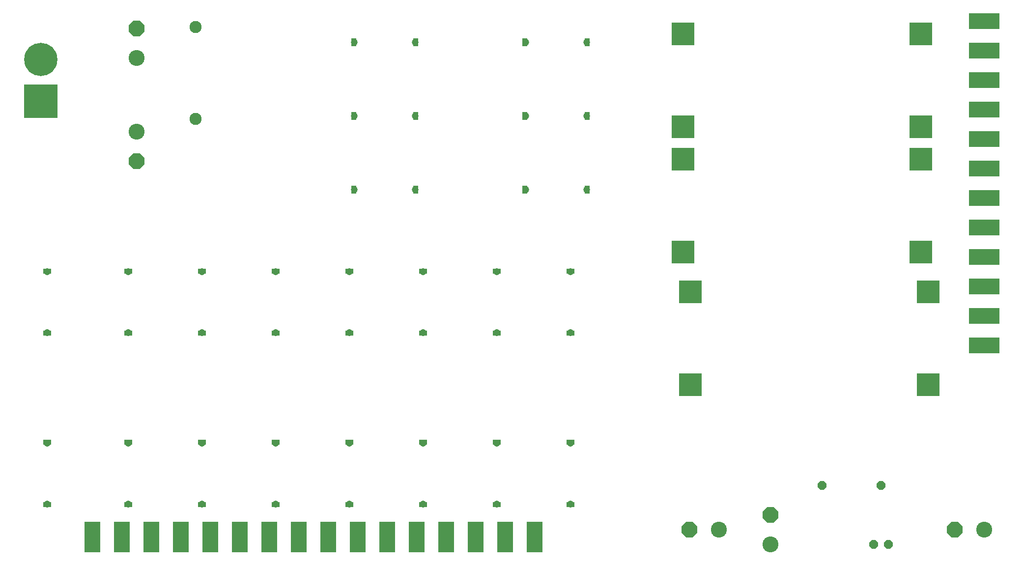
<source format=gbr>
G04 EAGLE Gerber RS-274X export*
G75*
%MOMM*%
%FSLAX34Y34*%
%LPD*%
%INSoldermask Top*%
%IPPOS*%
%AMOC8*
5,1,8,0,0,1.08239X$1,22.5*%
G01*
%ADD10R,5.283200X2.743200*%
%ADD11C,2.743200*%
%ADD12P,2.969212X8X292.500000*%
%ADD13P,2.969212X8X112.500000*%
%ADD14P,2.969212X8X202.500000*%
%ADD15C,2.093200*%
%ADD16R,2.743200X5.283200*%
%ADD17R,5.719200X5.719200*%
%ADD18C,5.719200*%
%ADD19P,1.649562X8X202.500000*%
%ADD20P,1.649562X8X22.500000*%
%ADD21R,1.473200X0.838200*%
%ADD22C,1.203200*%
%ADD23R,4.013200X4.013200*%
%ADD24R,0.838200X1.473200*%


D10*
X1562100Y749300D03*
X1562100Y647700D03*
X1562100Y1155700D03*
X1562100Y1054100D03*
X1562100Y952500D03*
X1562100Y850900D03*
D11*
X101600Y965200D03*
D12*
X101600Y914400D03*
D11*
X101600Y1092200D03*
D13*
X101600Y1143000D03*
D11*
X1193800Y254000D03*
D13*
X1193800Y304800D03*
D11*
X1104900Y279400D03*
D14*
X1054100Y279400D03*
D11*
X1562100Y279400D03*
D14*
X1511300Y279400D03*
D15*
X203200Y987500D03*
X203200Y1146100D03*
D16*
X76200Y266700D03*
D10*
X1562100Y901700D03*
X1562100Y1003300D03*
X1562100Y1104900D03*
X1562100Y698500D03*
X1562100Y596900D03*
D16*
X177800Y266700D03*
X279400Y266700D03*
X381000Y266700D03*
X482600Y266700D03*
X584200Y266700D03*
X685800Y266700D03*
X787400Y266700D03*
D10*
X1562100Y800100D03*
D17*
X-63500Y1018100D03*
D18*
X-63500Y1090100D03*
D19*
X1397000Y254000D03*
X1371600Y254000D03*
D16*
X25400Y266700D03*
X127000Y266700D03*
X228600Y266700D03*
X330200Y266700D03*
X431800Y266700D03*
X533400Y266700D03*
X635000Y266700D03*
X736600Y266700D03*
D20*
X1282700Y355600D03*
X1384300Y355600D03*
D21*
X468000Y323100D03*
X468000Y430100D03*
X468000Y618100D03*
X468000Y725100D03*
D22*
X468000Y324100D03*
X468000Y429100D03*
X468000Y619100D03*
X468000Y724100D03*
D21*
X341000Y323100D03*
X341000Y430100D03*
X341000Y618100D03*
X341000Y725100D03*
D22*
X341000Y324100D03*
X341000Y429100D03*
X341000Y619100D03*
X341000Y724100D03*
D21*
X214000Y323100D03*
X214000Y430100D03*
X214000Y618100D03*
X214000Y725100D03*
D22*
X214000Y324100D03*
X214000Y429100D03*
X214000Y619100D03*
X214000Y724100D03*
D21*
X87000Y323100D03*
X87000Y430100D03*
X87000Y618100D03*
X87000Y725100D03*
D22*
X87000Y324100D03*
X87000Y429100D03*
X87000Y619100D03*
X87000Y724100D03*
D21*
X-52700Y323100D03*
X-52700Y430100D03*
X-52700Y618100D03*
X-52700Y725100D03*
D22*
X-52700Y324100D03*
X-52700Y429100D03*
X-52700Y619100D03*
X-52700Y724100D03*
D23*
X1055100Y689600D03*
X1055100Y529600D03*
X1465100Y529600D03*
X1465100Y689600D03*
D24*
X475500Y992500D03*
X582500Y992500D03*
X770500Y992500D03*
X877500Y992500D03*
D22*
X476500Y992500D03*
X581500Y992500D03*
X771500Y992500D03*
X876500Y992500D03*
D24*
X475500Y1119500D03*
X582500Y1119500D03*
X770500Y1119500D03*
X877500Y1119500D03*
D22*
X476500Y1119500D03*
X581500Y1119500D03*
X771500Y1119500D03*
X876500Y1119500D03*
D24*
X475500Y865500D03*
X582500Y865500D03*
X770500Y865500D03*
X877500Y865500D03*
D22*
X476500Y865500D03*
X581500Y865500D03*
X771500Y865500D03*
X876500Y865500D03*
D21*
X849000Y323100D03*
X849000Y430100D03*
X849000Y618100D03*
X849000Y725100D03*
D22*
X849000Y324100D03*
X849000Y429100D03*
X849000Y619100D03*
X849000Y724100D03*
D21*
X722000Y323100D03*
X722000Y430100D03*
X722000Y618100D03*
X722000Y725100D03*
D22*
X722000Y324100D03*
X722000Y429100D03*
X722000Y619100D03*
X722000Y724100D03*
D21*
X595000Y323100D03*
X595000Y430100D03*
X595000Y618100D03*
X595000Y725100D03*
D22*
X595000Y324100D03*
X595000Y429100D03*
X595000Y619100D03*
X595000Y724100D03*
D23*
X1042400Y1134100D03*
X1042400Y974100D03*
X1452400Y974100D03*
X1452400Y1134100D03*
X1042400Y918200D03*
X1042400Y758200D03*
X1452400Y758200D03*
X1452400Y918200D03*
M02*

</source>
